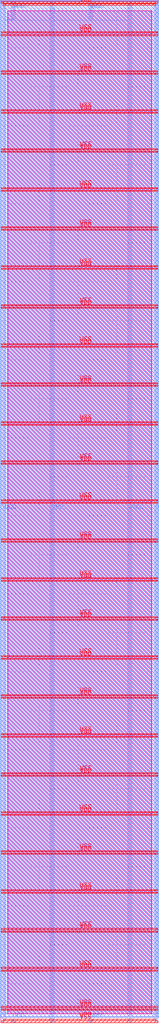
<source format=lef>
VERSION 5.7 ;
  NOWIREEXTENSIONATPIN ON ;
  DIVIDERCHAR "/" ;
  BUSBITCHARS "[]" ;
MACRO efuse_wb_mem_64x32
  CLASS BLOCK ;
  FOREIGN efuse_wb_mem_64x32 ;
  ORIGIN 0.000 0.000 ;
  SIZE 204.530 BY 1311.065 ;
  PIN VDD
    DIRECTION INOUT ;
    USE POWER ;
    PORT
      LAYER Metal4 ;
        RECT 4.080 2.760 6.080 1306.520 ;
    END
    PORT
      LAYER Metal5 ;
        RECT 4.080 2.760 200.320 4.760 ;
    END
    PORT
      LAYER Metal5 ;
        RECT 4.080 1304.520 200.320 1306.520 ;
    END
    PORT
      LAYER Metal4 ;
        RECT 198.320 2.760 200.320 1306.520 ;
    END
    PORT
      LAYER Metal4 ;
        RECT 14.280 0.260 15.880 4.440 ;
    END
    PORT
      LAYER Metal4 ;
        RECT 14.280 1286.625 15.880 1309.020 ;
    END
    PORT
      LAYER Metal4 ;
        RECT 64.280 0.260 65.880 1309.020 ;
    END
    PORT
      LAYER Metal4 ;
        RECT 114.280 0.260 115.880 4.440 ;
    END
    PORT
      LAYER Metal4 ;
        RECT 114.280 1285.580 115.880 1309.020 ;
    END
    PORT
      LAYER Metal4 ;
        RECT 164.280 0.260 165.880 1309.020 ;
    END
    PORT
      LAYER Metal5 ;
        RECT 1.580 15.960 202.820 17.560 ;
    END
    PORT
      LAYER Metal5 ;
        RECT 1.580 65.960 202.820 67.560 ;
    END
    PORT
      LAYER Metal5 ;
        RECT 1.580 115.960 202.820 117.560 ;
    END
    PORT
      LAYER Metal5 ;
        RECT 1.580 165.960 202.820 167.560 ;
    END
    PORT
      LAYER Metal5 ;
        RECT 1.580 215.960 202.820 217.560 ;
    END
    PORT
      LAYER Metal5 ;
        RECT 1.580 265.960 202.820 267.560 ;
    END
    PORT
      LAYER Metal5 ;
        RECT 1.580 315.960 202.820 317.560 ;
    END
    PORT
      LAYER Metal5 ;
        RECT 1.580 365.960 202.820 367.560 ;
    END
    PORT
      LAYER Metal5 ;
        RECT 1.580 415.960 202.820 417.560 ;
    END
    PORT
      LAYER Metal5 ;
        RECT 1.580 465.960 202.820 467.560 ;
    END
    PORT
      LAYER Metal5 ;
        RECT 1.580 515.960 202.820 517.560 ;
    END
    PORT
      LAYER Metal5 ;
        RECT 1.580 565.960 202.820 567.560 ;
    END
    PORT
      LAYER Metal5 ;
        RECT 1.580 615.960 202.820 617.560 ;
    END
    PORT
      LAYER Metal5 ;
        RECT 1.580 665.960 202.820 667.560 ;
    END
    PORT
      LAYER Metal5 ;
        RECT 1.580 715.960 202.820 717.560 ;
    END
    PORT
      LAYER Metal5 ;
        RECT 1.580 765.960 202.820 767.560 ;
    END
    PORT
      LAYER Metal5 ;
        RECT 1.580 815.960 202.820 817.560 ;
    END
    PORT
      LAYER Metal5 ;
        RECT 1.580 865.960 202.820 867.560 ;
    END
    PORT
      LAYER Metal5 ;
        RECT 1.580 915.960 202.820 917.560 ;
    END
    PORT
      LAYER Metal5 ;
        RECT 1.580 965.960 202.820 967.560 ;
    END
    PORT
      LAYER Metal5 ;
        RECT 1.580 1015.960 202.820 1017.560 ;
    END
    PORT
      LAYER Metal5 ;
        RECT 1.580 1065.960 202.820 1067.560 ;
    END
    PORT
      LAYER Metal5 ;
        RECT 1.580 1115.960 202.820 1117.560 ;
    END
    PORT
      LAYER Metal5 ;
        RECT 1.580 1165.960 202.820 1167.560 ;
    END
    PORT
      LAYER Metal5 ;
        RECT 1.580 1215.960 202.820 1217.560 ;
    END
    PORT
      LAYER Metal5 ;
        RECT 1.580 1265.960 202.820 1267.560 ;
    END
  END VDD
  PIN VSS
    DIRECTION INOUT ;
    USE GROUND ;
    PORT
      LAYER Metal4 ;
        RECT 1.580 0.260 3.580 1309.020 ;
    END
    PORT
      LAYER Metal5 ;
        RECT 1.580 0.260 202.820 2.260 ;
    END
    PORT
      LAYER Metal5 ;
        RECT 1.580 1307.020 202.820 1309.020 ;
    END
    PORT
      LAYER Metal4 ;
        RECT 200.820 0.260 202.820 1309.020 ;
    END
    PORT
      LAYER Metal4 ;
        RECT 17.580 0.260 19.180 4.440 ;
    END
    PORT
      LAYER Metal4 ;
        RECT 17.580 1286.000 19.180 1309.020 ;
    END
    PORT
      LAYER Metal4 ;
        RECT 67.580 0.260 69.180 1309.020 ;
    END
    PORT
      LAYER Metal4 ;
        RECT 117.580 0.260 119.180 4.440 ;
    END
    PORT
      LAYER Metal4 ;
        RECT 117.580 1286.000 119.180 1309.020 ;
    END
    PORT
      LAYER Metal4 ;
        RECT 167.580 0.260 169.180 1309.020 ;
    END
    PORT
      LAYER Metal5 ;
        RECT 1.580 19.260 202.820 20.860 ;
    END
    PORT
      LAYER Metal5 ;
        RECT 1.580 69.260 202.820 70.860 ;
    END
    PORT
      LAYER Metal5 ;
        RECT 1.580 119.260 202.820 120.860 ;
    END
    PORT
      LAYER Metal5 ;
        RECT 1.580 169.260 202.820 170.860 ;
    END
    PORT
      LAYER Metal5 ;
        RECT 1.580 219.260 202.820 220.860 ;
    END
    PORT
      LAYER Metal5 ;
        RECT 1.580 269.260 202.820 270.860 ;
    END
    PORT
      LAYER Metal5 ;
        RECT 1.580 319.260 202.820 320.860 ;
    END
    PORT
      LAYER Metal5 ;
        RECT 1.580 369.260 202.820 370.860 ;
    END
    PORT
      LAYER Metal5 ;
        RECT 1.580 419.260 202.820 420.860 ;
    END
    PORT
      LAYER Metal5 ;
        RECT 1.580 469.260 202.820 470.860 ;
    END
    PORT
      LAYER Metal5 ;
        RECT 1.580 519.260 202.820 520.860 ;
    END
    PORT
      LAYER Metal5 ;
        RECT 1.580 569.260 202.820 570.860 ;
    END
    PORT
      LAYER Metal5 ;
        RECT 1.580 619.260 202.820 620.860 ;
    END
    PORT
      LAYER Metal5 ;
        RECT 1.580 669.260 202.820 670.860 ;
    END
    PORT
      LAYER Metal5 ;
        RECT 1.580 719.260 202.820 720.860 ;
    END
    PORT
      LAYER Metal5 ;
        RECT 1.580 769.260 202.820 770.860 ;
    END
    PORT
      LAYER Metal5 ;
        RECT 1.580 819.260 202.820 820.860 ;
    END
    PORT
      LAYER Metal5 ;
        RECT 1.580 869.260 202.820 870.860 ;
    END
    PORT
      LAYER Metal5 ;
        RECT 1.580 919.260 202.820 920.860 ;
    END
    PORT
      LAYER Metal5 ;
        RECT 1.580 969.260 202.820 970.860 ;
    END
    PORT
      LAYER Metal5 ;
        RECT 1.580 1019.260 202.820 1020.860 ;
    END
    PORT
      LAYER Metal5 ;
        RECT 1.580 1069.260 202.820 1070.860 ;
    END
    PORT
      LAYER Metal5 ;
        RECT 1.580 1119.260 202.820 1120.860 ;
    END
    PORT
      LAYER Metal5 ;
        RECT 1.580 1169.260 202.820 1170.860 ;
    END
    PORT
      LAYER Metal5 ;
        RECT 1.580 1219.260 202.820 1220.860 ;
    END
    PORT
      LAYER Metal5 ;
        RECT 1.580 1269.260 202.820 1270.860 ;
    END
  END VSS
  PIN wb_ack_o
    DIRECTION OUTPUT ;
    USE SIGNAL ;
    ANTENNADIFFAREA 0.897600 ;
    PORT
      LAYER Metal2 ;
        RECT 16.800 1310.505 17.360 1311.065 ;
    END
  END wb_ack_o
  PIN wb_adr_i[0]
    DIRECTION INPUT ;
    USE SIGNAL ;
    ANTENNAGATEAREA 0.396000 ;
    PORT
      LAYER Metal2 ;
        RECT 25.760 1310.505 26.320 1311.065 ;
    END
  END wb_adr_i[0]
  PIN wb_adr_i[1]
    DIRECTION INPUT ;
    USE SIGNAL ;
    ANTENNAGATEAREA 0.396000 ;
    PORT
      LAYER Metal2 ;
        RECT 28.000 1310.505 28.560 1311.065 ;
    END
  END wb_adr_i[1]
  PIN wb_adr_i[2]
    DIRECTION INPUT ;
    USE SIGNAL ;
    ANTENNAGATEAREA 1.102000 ;
    PORT
      LAYER Metal2 ;
        RECT 30.240 1310.505 30.800 1311.065 ;
    END
  END wb_adr_i[2]
  PIN wb_adr_i[3]
    DIRECTION INPUT ;
    USE SIGNAL ;
    ANTENNAGATEAREA 1.102000 ;
    PORT
      LAYER Metal2 ;
        RECT 32.480 1310.505 33.040 1311.065 ;
    END
  END wb_adr_i[3]
  PIN wb_adr_i[4]
    DIRECTION INPUT ;
    USE SIGNAL ;
    ANTENNAGATEAREA 1.102000 ;
    PORT
      LAYER Metal2 ;
        RECT 34.720 1310.505 35.280 1311.065 ;
    END
  END wb_adr_i[4]
  PIN wb_adr_i[5]
    DIRECTION INPUT ;
    USE SIGNAL ;
    ANTENNAGATEAREA 0.396000 ;
    PORT
      LAYER Metal2 ;
        RECT 36.960 1310.505 37.520 1311.065 ;
    END
  END wb_adr_i[5]
  PIN wb_clk_i
    DIRECTION INPUT ;
    USE SIGNAL ;
    ANTENNAGATEAREA 4.738000 ;
    PORT
      LAYER Metal2 ;
        RECT 21.280 1310.505 21.840 1311.065 ;
    END
  END wb_clk_i
  PIN wb_cyc_i
    DIRECTION INPUT ;
    USE SIGNAL ;
    ANTENNAGATEAREA 0.396000 ;
    PORT
      LAYER Metal2 ;
        RECT 14.560 1310.505 15.120 1311.065 ;
    END
  END wb_cyc_i
  PIN wb_dat_i[0]
    DIRECTION INPUT ;
    USE SIGNAL ;
    ANTENNAGATEAREA 0.396000 ;
    PORT
      LAYER Metal2 ;
        RECT 39.200 1310.505 39.760 1311.065 ;
    END
  END wb_dat_i[0]
  PIN wb_dat_i[10]
    DIRECTION INPUT ;
    USE SIGNAL ;
    ANTENNAGATEAREA 0.396000 ;
    PORT
      LAYER Metal2 ;
        RECT 61.600 1310.505 62.160 1311.065 ;
    END
  END wb_dat_i[10]
  PIN wb_dat_i[11]
    DIRECTION INPUT ;
    USE SIGNAL ;
    ANTENNAGATEAREA 0.396000 ;
    PORT
      LAYER Metal2 ;
        RECT 63.840 1310.505 64.400 1311.065 ;
    END
  END wb_dat_i[11]
  PIN wb_dat_i[12]
    DIRECTION INPUT ;
    USE SIGNAL ;
    ANTENNAGATEAREA 0.396000 ;
    PORT
      LAYER Metal2 ;
        RECT 66.080 1310.505 66.640 1311.065 ;
    END
  END wb_dat_i[12]
  PIN wb_dat_i[13]
    DIRECTION INPUT ;
    USE SIGNAL ;
    ANTENNAGATEAREA 0.396000 ;
    PORT
      LAYER Metal2 ;
        RECT 68.320 1310.505 68.880 1311.065 ;
    END
  END wb_dat_i[13]
  PIN wb_dat_i[14]
    DIRECTION INPUT ;
    USE SIGNAL ;
    ANTENNAGATEAREA 0.396000 ;
    PORT
      LAYER Metal2 ;
        RECT 70.560 1310.505 71.120 1311.065 ;
    END
  END wb_dat_i[14]
  PIN wb_dat_i[15]
    DIRECTION INPUT ;
    USE SIGNAL ;
    ANTENNAGATEAREA 0.396000 ;
    PORT
      LAYER Metal2 ;
        RECT 72.800 1310.505 73.360 1311.065 ;
    END
  END wb_dat_i[15]
  PIN wb_dat_i[16]
    DIRECTION INPUT ;
    USE SIGNAL ;
    ANTENNAGATEAREA 0.396000 ;
    PORT
      LAYER Metal2 ;
        RECT 75.040 1310.505 75.600 1311.065 ;
    END
  END wb_dat_i[16]
  PIN wb_dat_i[17]
    DIRECTION INPUT ;
    USE SIGNAL ;
    ANTENNAGATEAREA 0.396000 ;
    PORT
      LAYER Metal2 ;
        RECT 77.280 1310.505 77.840 1311.065 ;
    END
  END wb_dat_i[17]
  PIN wb_dat_i[18]
    DIRECTION INPUT ;
    USE SIGNAL ;
    ANTENNAGATEAREA 0.396000 ;
    PORT
      LAYER Metal2 ;
        RECT 79.520 1310.505 80.080 1311.065 ;
    END
  END wb_dat_i[18]
  PIN wb_dat_i[19]
    DIRECTION INPUT ;
    USE SIGNAL ;
    ANTENNAGATEAREA 0.396000 ;
    PORT
      LAYER Metal2 ;
        RECT 81.760 1310.505 82.320 1311.065 ;
    END
  END wb_dat_i[19]
  PIN wb_dat_i[1]
    DIRECTION INPUT ;
    USE SIGNAL ;
    ANTENNAGATEAREA 0.396000 ;
    PORT
      LAYER Metal2 ;
        RECT 41.440 1310.505 42.000 1311.065 ;
    END
  END wb_dat_i[1]
  PIN wb_dat_i[20]
    DIRECTION INPUT ;
    USE SIGNAL ;
    ANTENNAGATEAREA 0.396000 ;
    PORT
      LAYER Metal2 ;
        RECT 84.000 1310.505 84.560 1311.065 ;
    END
  END wb_dat_i[20]
  PIN wb_dat_i[21]
    DIRECTION INPUT ;
    USE SIGNAL ;
    ANTENNAGATEAREA 0.396000 ;
    PORT
      LAYER Metal2 ;
        RECT 86.240 1310.505 86.800 1311.065 ;
    END
  END wb_dat_i[21]
  PIN wb_dat_i[22]
    DIRECTION INPUT ;
    USE SIGNAL ;
    ANTENNAGATEAREA 0.396000 ;
    PORT
      LAYER Metal2 ;
        RECT 88.480 1310.505 89.040 1311.065 ;
    END
  END wb_dat_i[22]
  PIN wb_dat_i[23]
    DIRECTION INPUT ;
    USE SIGNAL ;
    ANTENNAGATEAREA 0.396000 ;
    PORT
      LAYER Metal2 ;
        RECT 90.720 1310.505 91.280 1311.065 ;
    END
  END wb_dat_i[23]
  PIN wb_dat_i[24]
    DIRECTION INPUT ;
    USE SIGNAL ;
    ANTENNAGATEAREA 0.396000 ;
    PORT
      LAYER Metal2 ;
        RECT 92.960 1310.505 93.520 1311.065 ;
    END
  END wb_dat_i[24]
  PIN wb_dat_i[25]
    DIRECTION INPUT ;
    USE SIGNAL ;
    ANTENNAGATEAREA 0.396000 ;
    PORT
      LAYER Metal2 ;
        RECT 95.200 1310.505 95.760 1311.065 ;
    END
  END wb_dat_i[25]
  PIN wb_dat_i[26]
    DIRECTION INPUT ;
    USE SIGNAL ;
    ANTENNAGATEAREA 0.396000 ;
    PORT
      LAYER Metal2 ;
        RECT 97.440 1310.505 98.000 1311.065 ;
    END
  END wb_dat_i[26]
  PIN wb_dat_i[27]
    DIRECTION INPUT ;
    USE SIGNAL ;
    ANTENNAGATEAREA 0.396000 ;
    PORT
      LAYER Metal2 ;
        RECT 99.680 1310.505 100.240 1311.065 ;
    END
  END wb_dat_i[27]
  PIN wb_dat_i[28]
    DIRECTION INPUT ;
    USE SIGNAL ;
    ANTENNAGATEAREA 0.396000 ;
    PORT
      LAYER Metal2 ;
        RECT 101.920 1310.505 102.480 1311.065 ;
    END
  END wb_dat_i[28]
  PIN wb_dat_i[29]
    DIRECTION INPUT ;
    USE SIGNAL ;
    ANTENNAGATEAREA 0.396000 ;
    PORT
      LAYER Metal2 ;
        RECT 104.160 1310.505 104.720 1311.065 ;
    END
  END wb_dat_i[29]
  PIN wb_dat_i[2]
    DIRECTION INPUT ;
    USE SIGNAL ;
    ANTENNAGATEAREA 0.396000 ;
    PORT
      LAYER Metal2 ;
        RECT 43.680 1310.505 44.240 1311.065 ;
    END
  END wb_dat_i[2]
  PIN wb_dat_i[30]
    DIRECTION INPUT ;
    USE SIGNAL ;
    ANTENNAGATEAREA 0.396000 ;
    PORT
      LAYER Metal2 ;
        RECT 106.400 1310.505 106.960 1311.065 ;
    END
  END wb_dat_i[30]
  PIN wb_dat_i[31]
    DIRECTION INPUT ;
    USE SIGNAL ;
    ANTENNAGATEAREA 0.396000 ;
    PORT
      LAYER Metal2 ;
        RECT 108.640 1310.505 109.200 1311.065 ;
    END
  END wb_dat_i[31]
  PIN wb_dat_i[3]
    DIRECTION INPUT ;
    USE SIGNAL ;
    ANTENNAGATEAREA 0.396000 ;
    PORT
      LAYER Metal2 ;
        RECT 45.920 1310.505 46.480 1311.065 ;
    END
  END wb_dat_i[3]
  PIN wb_dat_i[4]
    DIRECTION INPUT ;
    USE SIGNAL ;
    ANTENNAGATEAREA 0.396000 ;
    PORT
      LAYER Metal2 ;
        RECT 48.160 1310.505 48.720 1311.065 ;
    END
  END wb_dat_i[4]
  PIN wb_dat_i[5]
    DIRECTION INPUT ;
    USE SIGNAL ;
    ANTENNAGATEAREA 0.396000 ;
    PORT
      LAYER Metal2 ;
        RECT 50.400 1310.505 50.960 1311.065 ;
    END
  END wb_dat_i[5]
  PIN wb_dat_i[6]
    DIRECTION INPUT ;
    USE SIGNAL ;
    ANTENNAGATEAREA 0.396000 ;
    PORT
      LAYER Metal2 ;
        RECT 52.640 1310.505 53.200 1311.065 ;
    END
  END wb_dat_i[6]
  PIN wb_dat_i[7]
    DIRECTION INPUT ;
    USE SIGNAL ;
    ANTENNAGATEAREA 0.396000 ;
    PORT
      LAYER Metal2 ;
        RECT 54.880 1310.505 55.440 1311.065 ;
    END
  END wb_dat_i[7]
  PIN wb_dat_i[8]
    DIRECTION INPUT ;
    USE SIGNAL ;
    ANTENNAGATEAREA 0.396000 ;
    PORT
      LAYER Metal2 ;
        RECT 57.120 1310.505 57.680 1311.065 ;
    END
  END wb_dat_i[8]
  PIN wb_dat_i[9]
    DIRECTION INPUT ;
    USE SIGNAL ;
    ANTENNAGATEAREA 0.396000 ;
    PORT
      LAYER Metal2 ;
        RECT 59.360 1310.505 59.920 1311.065 ;
    END
  END wb_dat_i[9]
  PIN wb_dat_o[0]
    DIRECTION OUTPUT ;
    USE SIGNAL ;
    ANTENNADIFFAREA 0.897600 ;
    PORT
      LAYER Metal2 ;
        RECT 119.840 1310.505 120.400 1311.065 ;
    END
  END wb_dat_o[0]
  PIN wb_dat_o[10]
    DIRECTION OUTPUT ;
    USE SIGNAL ;
    ANTENNADIFFAREA 0.897600 ;
    PORT
      LAYER Metal2 ;
        RECT 142.240 1310.505 142.800 1311.065 ;
    END
  END wb_dat_o[10]
  PIN wb_dat_o[11]
    DIRECTION OUTPUT ;
    USE SIGNAL ;
    ANTENNADIFFAREA 0.897600 ;
    PORT
      LAYER Metal2 ;
        RECT 144.480 1310.505 145.040 1311.065 ;
    END
  END wb_dat_o[11]
  PIN wb_dat_o[12]
    DIRECTION OUTPUT ;
    USE SIGNAL ;
    ANTENNADIFFAREA 0.897600 ;
    PORT
      LAYER Metal2 ;
        RECT 146.720 1310.505 147.280 1311.065 ;
    END
  END wb_dat_o[12]
  PIN wb_dat_o[13]
    DIRECTION OUTPUT ;
    USE SIGNAL ;
    ANTENNADIFFAREA 0.897600 ;
    PORT
      LAYER Metal2 ;
        RECT 148.960 1310.505 149.520 1311.065 ;
    END
  END wb_dat_o[13]
  PIN wb_dat_o[14]
    DIRECTION OUTPUT ;
    USE SIGNAL ;
    ANTENNADIFFAREA 0.897600 ;
    PORT
      LAYER Metal2 ;
        RECT 151.200 1310.505 151.760 1311.065 ;
    END
  END wb_dat_o[14]
  PIN wb_dat_o[15]
    DIRECTION OUTPUT ;
    USE SIGNAL ;
    ANTENNADIFFAREA 0.897600 ;
    PORT
      LAYER Metal2 ;
        RECT 153.440 1310.505 154.000 1311.065 ;
    END
  END wb_dat_o[15]
  PIN wb_dat_o[16]
    DIRECTION OUTPUT ;
    USE SIGNAL ;
    ANTENNADIFFAREA 0.897600 ;
    PORT
      LAYER Metal2 ;
        RECT 155.680 1310.505 156.240 1311.065 ;
    END
  END wb_dat_o[16]
  PIN wb_dat_o[17]
    DIRECTION OUTPUT ;
    USE SIGNAL ;
    ANTENNADIFFAREA 0.897600 ;
    PORT
      LAYER Metal2 ;
        RECT 157.920 1310.505 158.480 1311.065 ;
    END
  END wb_dat_o[17]
  PIN wb_dat_o[18]
    DIRECTION OUTPUT ;
    USE SIGNAL ;
    ANTENNADIFFAREA 0.897600 ;
    PORT
      LAYER Metal2 ;
        RECT 160.160 1310.505 160.720 1311.065 ;
    END
  END wb_dat_o[18]
  PIN wb_dat_o[19]
    DIRECTION OUTPUT ;
    USE SIGNAL ;
    ANTENNADIFFAREA 0.897600 ;
    PORT
      LAYER Metal2 ;
        RECT 162.400 1310.505 162.960 1311.065 ;
    END
  END wb_dat_o[19]
  PIN wb_dat_o[1]
    DIRECTION OUTPUT ;
    USE SIGNAL ;
    ANTENNADIFFAREA 0.897600 ;
    PORT
      LAYER Metal2 ;
        RECT 122.080 1310.505 122.640 1311.065 ;
    END
  END wb_dat_o[1]
  PIN wb_dat_o[20]
    DIRECTION OUTPUT ;
    USE SIGNAL ;
    ANTENNADIFFAREA 0.897600 ;
    PORT
      LAYER Metal2 ;
        RECT 164.640 1310.505 165.200 1311.065 ;
    END
  END wb_dat_o[20]
  PIN wb_dat_o[21]
    DIRECTION OUTPUT ;
    USE SIGNAL ;
    ANTENNADIFFAREA 0.897600 ;
    PORT
      LAYER Metal2 ;
        RECT 166.880 1310.505 167.440 1311.065 ;
    END
  END wb_dat_o[21]
  PIN wb_dat_o[22]
    DIRECTION OUTPUT ;
    USE SIGNAL ;
    ANTENNADIFFAREA 0.897600 ;
    PORT
      LAYER Metal2 ;
        RECT 169.120 1310.505 169.680 1311.065 ;
    END
  END wb_dat_o[22]
  PIN wb_dat_o[23]
    DIRECTION OUTPUT ;
    USE SIGNAL ;
    ANTENNADIFFAREA 0.897600 ;
    PORT
      LAYER Metal2 ;
        RECT 171.360 1310.505 171.920 1311.065 ;
    END
  END wb_dat_o[23]
  PIN wb_dat_o[24]
    DIRECTION OUTPUT ;
    USE SIGNAL ;
    ANTENNADIFFAREA 0.897600 ;
    PORT
      LAYER Metal2 ;
        RECT 173.600 1310.505 174.160 1311.065 ;
    END
  END wb_dat_o[24]
  PIN wb_dat_o[25]
    DIRECTION OUTPUT ;
    USE SIGNAL ;
    ANTENNADIFFAREA 0.897600 ;
    PORT
      LAYER Metal2 ;
        RECT 175.840 1310.505 176.400 1311.065 ;
    END
  END wb_dat_o[25]
  PIN wb_dat_o[26]
    DIRECTION OUTPUT ;
    USE SIGNAL ;
    ANTENNADIFFAREA 0.897600 ;
    PORT
      LAYER Metal2 ;
        RECT 178.080 1310.505 178.640 1311.065 ;
    END
  END wb_dat_o[26]
  PIN wb_dat_o[27]
    DIRECTION OUTPUT ;
    USE SIGNAL ;
    ANTENNADIFFAREA 0.897600 ;
    PORT
      LAYER Metal2 ;
        RECT 180.320 1310.505 180.880 1311.065 ;
    END
  END wb_dat_o[27]
  PIN wb_dat_o[28]
    DIRECTION OUTPUT ;
    USE SIGNAL ;
    ANTENNADIFFAREA 0.897600 ;
    PORT
      LAYER Metal2 ;
        RECT 182.560 1310.505 183.120 1311.065 ;
    END
  END wb_dat_o[28]
  PIN wb_dat_o[29]
    DIRECTION OUTPUT ;
    USE SIGNAL ;
    ANTENNADIFFAREA 0.897600 ;
    PORT
      LAYER Metal2 ;
        RECT 184.800 1310.505 185.360 1311.065 ;
    END
  END wb_dat_o[29]
  PIN wb_dat_o[2]
    DIRECTION OUTPUT ;
    USE SIGNAL ;
    ANTENNADIFFAREA 0.897600 ;
    PORT
      LAYER Metal2 ;
        RECT 124.320 1310.505 124.880 1311.065 ;
    END
  END wb_dat_o[2]
  PIN wb_dat_o[30]
    DIRECTION OUTPUT ;
    USE SIGNAL ;
    ANTENNADIFFAREA 0.897600 ;
    PORT
      LAYER Metal2 ;
        RECT 187.040 1310.505 187.600 1311.065 ;
    END
  END wb_dat_o[30]
  PIN wb_dat_o[31]
    DIRECTION OUTPUT ;
    USE SIGNAL ;
    ANTENNADIFFAREA 0.897600 ;
    PORT
      LAYER Metal2 ;
        RECT 189.280 1310.505 189.840 1311.065 ;
    END
  END wb_dat_o[31]
  PIN wb_dat_o[3]
    DIRECTION OUTPUT ;
    USE SIGNAL ;
    ANTENNADIFFAREA 0.897600 ;
    PORT
      LAYER Metal2 ;
        RECT 126.560 1310.505 127.120 1311.065 ;
    END
  END wb_dat_o[3]
  PIN wb_dat_o[4]
    DIRECTION OUTPUT ;
    USE SIGNAL ;
    ANTENNADIFFAREA 0.897600 ;
    PORT
      LAYER Metal2 ;
        RECT 128.800 1310.505 129.360 1311.065 ;
    END
  END wb_dat_o[4]
  PIN wb_dat_o[5]
    DIRECTION OUTPUT ;
    USE SIGNAL ;
    ANTENNADIFFAREA 0.897600 ;
    PORT
      LAYER Metal2 ;
        RECT 131.040 1310.505 131.600 1311.065 ;
    END
  END wb_dat_o[5]
  PIN wb_dat_o[6]
    DIRECTION OUTPUT ;
    USE SIGNAL ;
    ANTENNADIFFAREA 0.897600 ;
    PORT
      LAYER Metal2 ;
        RECT 133.280 1310.505 133.840 1311.065 ;
    END
  END wb_dat_o[6]
  PIN wb_dat_o[7]
    DIRECTION OUTPUT ;
    USE SIGNAL ;
    ANTENNADIFFAREA 0.897600 ;
    PORT
      LAYER Metal2 ;
        RECT 135.520 1310.505 136.080 1311.065 ;
    END
  END wb_dat_o[7]
  PIN wb_dat_o[8]
    DIRECTION OUTPUT ;
    USE SIGNAL ;
    ANTENNADIFFAREA 0.897600 ;
    PORT
      LAYER Metal2 ;
        RECT 137.760 1310.505 138.320 1311.065 ;
    END
  END wb_dat_o[8]
  PIN wb_dat_o[9]
    DIRECTION OUTPUT ;
    USE SIGNAL ;
    ANTENNADIFFAREA 0.897600 ;
    PORT
      LAYER Metal2 ;
        RECT 140.000 1310.505 140.560 1311.065 ;
    END
  END wb_dat_o[9]
  PIN wb_rst_i
    DIRECTION INPUT ;
    USE SIGNAL ;
    ANTENNAGATEAREA 1.102000 ;
    PORT
      LAYER Metal2 ;
        RECT 19.040 1310.505 19.600 1311.065 ;
    END
  END wb_rst_i
  PIN wb_sel_i[0]
    DIRECTION INPUT ;
    USE SIGNAL ;
    ANTENNAGATEAREA 0.396000 ;
    PORT
      LAYER Metal2 ;
        RECT 110.880 1310.505 111.440 1311.065 ;
    END
  END wb_sel_i[0]
  PIN wb_sel_i[1]
    DIRECTION INPUT ;
    USE SIGNAL ;
    ANTENNAGATEAREA 0.396000 ;
    PORT
      LAYER Metal2 ;
        RECT 113.120 1310.505 113.680 1311.065 ;
    END
  END wb_sel_i[1]
  PIN wb_sel_i[2]
    DIRECTION INPUT ;
    USE SIGNAL ;
    ANTENNAGATEAREA 0.396000 ;
    PORT
      LAYER Metal2 ;
        RECT 115.360 1310.505 115.920 1311.065 ;
    END
  END wb_sel_i[2]
  PIN wb_sel_i[3]
    DIRECTION INPUT ;
    USE SIGNAL ;
    ANTENNAGATEAREA 0.396000 ;
    PORT
      LAYER Metal2 ;
        RECT 117.600 1310.505 118.160 1311.065 ;
    END
  END wb_sel_i[3]
  PIN wb_stb_i
    DIRECTION INPUT ;
    USE SIGNAL ;
    ANTENNAGATEAREA 0.396000 ;
    PORT
      LAYER Metal2 ;
        RECT 12.320 1310.505 12.880 1311.065 ;
    END
  END wb_stb_i
  PIN wb_we_i
    DIRECTION INPUT ;
    USE SIGNAL ;
    ANTENNAGATEAREA 0.396000 ;
    PORT
      LAYER Metal2 ;
        RECT 23.520 1310.505 24.080 1311.065 ;
    END
  END wb_we_i
  PIN write_enable_i
    DIRECTION INPUT ;
    USE SIGNAL ;
    ANTENNAGATEAREA 70.528000 ;
    PORT
      LAYER Metal2 ;
        RECT 191.520 1310.505 192.080 1311.065 ;
    END
  END write_enable_i
  OBS
      LAYER Nwell ;
        RECT 9.650 11.330 194.750 1297.950 ;
      LAYER Metal1 ;
        RECT 10.080 11.460 194.320 1297.820 ;
      LAYER Metal2 ;
        RECT 0.140 1310.205 12.020 1310.505 ;
        RECT 13.180 1310.205 14.260 1310.505 ;
        RECT 15.420 1310.205 16.500 1310.505 ;
        RECT 17.660 1310.205 18.740 1310.505 ;
        RECT 19.900 1310.205 20.980 1310.505 ;
        RECT 22.140 1310.205 23.220 1310.505 ;
        RECT 24.380 1310.205 25.460 1310.505 ;
        RECT 26.620 1310.205 27.700 1310.505 ;
        RECT 28.860 1310.205 29.940 1310.505 ;
        RECT 31.100 1310.205 32.180 1310.505 ;
        RECT 33.340 1310.205 34.420 1310.505 ;
        RECT 35.580 1310.205 36.660 1310.505 ;
        RECT 37.820 1310.205 38.900 1310.505 ;
        RECT 40.060 1310.205 41.140 1310.505 ;
        RECT 42.300 1310.205 43.380 1310.505 ;
        RECT 44.540 1310.205 45.620 1310.505 ;
        RECT 46.780 1310.205 47.860 1310.505 ;
        RECT 49.020 1310.205 50.100 1310.505 ;
        RECT 51.260 1310.205 52.340 1310.505 ;
        RECT 53.500 1310.205 54.580 1310.505 ;
        RECT 55.740 1310.205 56.820 1310.505 ;
        RECT 57.980 1310.205 59.060 1310.505 ;
        RECT 60.220 1310.205 61.300 1310.505 ;
        RECT 62.460 1310.205 63.540 1310.505 ;
        RECT 64.700 1310.205 65.780 1310.505 ;
        RECT 66.940 1310.205 68.020 1310.505 ;
        RECT 69.180 1310.205 70.260 1310.505 ;
        RECT 71.420 1310.205 72.500 1310.505 ;
        RECT 73.660 1310.205 74.740 1310.505 ;
        RECT 75.900 1310.205 76.980 1310.505 ;
        RECT 78.140 1310.205 79.220 1310.505 ;
        RECT 80.380 1310.205 81.460 1310.505 ;
        RECT 82.620 1310.205 83.700 1310.505 ;
        RECT 84.860 1310.205 85.940 1310.505 ;
        RECT 87.100 1310.205 88.180 1310.505 ;
        RECT 89.340 1310.205 90.420 1310.505 ;
        RECT 91.580 1310.205 92.660 1310.505 ;
        RECT 93.820 1310.205 94.900 1310.505 ;
        RECT 96.060 1310.205 97.140 1310.505 ;
        RECT 98.300 1310.205 99.380 1310.505 ;
        RECT 100.540 1310.205 101.620 1310.505 ;
        RECT 102.780 1310.205 103.860 1310.505 ;
        RECT 105.020 1310.205 106.100 1310.505 ;
        RECT 107.260 1310.205 108.340 1310.505 ;
        RECT 109.500 1310.205 110.580 1310.505 ;
        RECT 111.740 1310.205 112.820 1310.505 ;
        RECT 113.980 1310.205 115.060 1310.505 ;
        RECT 116.220 1310.205 117.300 1310.505 ;
        RECT 118.460 1310.205 119.540 1310.505 ;
        RECT 120.700 1310.205 121.780 1310.505 ;
        RECT 122.940 1310.205 124.020 1310.505 ;
        RECT 125.180 1310.205 126.260 1310.505 ;
        RECT 127.420 1310.205 128.500 1310.505 ;
        RECT 129.660 1310.205 130.740 1310.505 ;
        RECT 131.900 1310.205 132.980 1310.505 ;
        RECT 134.140 1310.205 135.220 1310.505 ;
        RECT 136.380 1310.205 137.460 1310.505 ;
        RECT 138.620 1310.205 139.700 1310.505 ;
        RECT 140.860 1310.205 141.940 1310.505 ;
        RECT 143.100 1310.205 144.180 1310.505 ;
        RECT 145.340 1310.205 146.420 1310.505 ;
        RECT 147.580 1310.205 148.660 1310.505 ;
        RECT 149.820 1310.205 150.900 1310.505 ;
        RECT 152.060 1310.205 153.140 1310.505 ;
        RECT 154.300 1310.205 155.380 1310.505 ;
        RECT 156.540 1310.205 157.620 1310.505 ;
        RECT 158.780 1310.205 159.860 1310.505 ;
        RECT 161.020 1310.205 162.100 1310.505 ;
        RECT 163.260 1310.205 164.340 1310.505 ;
        RECT 165.500 1310.205 166.580 1310.505 ;
        RECT 167.740 1310.205 168.820 1310.505 ;
        RECT 169.980 1310.205 171.060 1310.505 ;
        RECT 172.220 1310.205 173.300 1310.505 ;
        RECT 174.460 1310.205 175.540 1310.505 ;
        RECT 176.700 1310.205 177.780 1310.505 ;
        RECT 178.940 1310.205 180.020 1310.505 ;
        RECT 181.180 1310.205 182.260 1310.505 ;
        RECT 183.420 1310.205 184.500 1310.505 ;
        RECT 185.660 1310.205 186.740 1310.505 ;
        RECT 187.900 1310.205 188.980 1310.505 ;
        RECT 190.140 1310.205 191.220 1310.505 ;
        RECT 192.380 1310.205 204.260 1310.505 ;
        RECT 0.140 11.570 204.260 1310.205 ;
      LAYER Metal3 ;
        RECT 0.090 7.420 204.310 1310.260 ;
      LAYER Metal4 ;
        RECT 0.140 1309.320 204.260 1310.310 ;
        RECT 0.140 7.370 1.280 1309.320 ;
        RECT 3.880 1306.820 13.980 1309.320 ;
        RECT 6.380 1286.325 13.980 1306.820 ;
        RECT 16.180 1286.325 17.280 1309.320 ;
        RECT 6.380 1285.700 17.280 1286.325 ;
        RECT 19.480 1285.700 63.980 1309.320 ;
        RECT 6.380 7.370 63.980 1285.700 ;
        RECT 66.180 7.370 67.280 1309.320 ;
        RECT 69.480 1285.280 113.980 1309.320 ;
        RECT 116.180 1285.700 117.280 1309.320 ;
        RECT 119.480 1285.700 163.980 1309.320 ;
        RECT 116.180 1285.280 163.980 1285.700 ;
        RECT 69.480 7.370 163.980 1285.280 ;
        RECT 166.180 7.370 167.280 1309.320 ;
        RECT 169.480 1306.820 200.520 1309.320 ;
        RECT 169.480 7.370 198.020 1306.820 ;
        RECT 203.120 7.370 204.260 1309.320 ;
  END
END efuse_wb_mem_64x32
END LIBRARY


</source>
